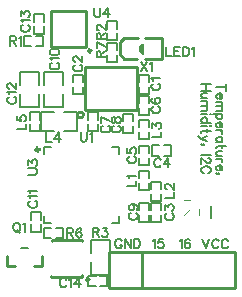
<source format=gto>
G04 Layer: TopSilkLayer*
G04 EasyEDA v6.2.46, 2019-12-26T15:44:02--5:00*
G04 111d7bdae86b4e7985bcd74f00d2b945,ad3383c819c44bf79b2f5f1fb32db82d,10*
G04 Gerber Generator version 0.2*
G04 Scale: 100 percent, Rotated: No, Reflected: No *
G04 Dimensions in inches *
G04 leading zeros omitted , absolute positions ,2 integer and 4 decimal *
%FSLAX24Y24*%
%MOIN*%
G90*
G70D02*

%ADD10C,0.010000*%
%ADD30C,0.007874*%
%ADD31C,0.005910*%
%ADD32C,0.007870*%
%ADD33C,0.003940*%
%ADD34C,0.006000*%
%ADD35C,0.011811*%
%ADD36C,0.005984*%

%LPD*%
G54D10*
G01X511Y852D02*
G01X251Y852D01*
G01X511Y852D01*
G01X251Y852D01*
G01X251Y1173D01*
G01X1400Y1173D02*
G01X1400Y852D01*
G01X1140Y852D01*
G54D30*
G01X944Y1462D02*
G01X707Y1462D01*
G54D10*
G01X1730Y1719D02*
G01X2730Y1719D01*
G01X2730Y479D02*
G01X1730Y479D01*
G01X1718Y479D02*
G01X1718Y528D01*
G01X1728Y1665D02*
G01X1728Y1714D01*
G01X2731Y1665D02*
G01X2731Y1714D01*
G01X2731Y484D02*
G01X2731Y533D01*
G01X5409Y8440D02*
G01X4830Y8440D01*
G01X5409Y7759D02*
G01X4830Y7759D01*
G01X5409Y7759D02*
G01X5409Y8440D01*
G01X4600Y8440D02*
G01X4140Y8440D01*
G01X4590Y7759D02*
G01X4140Y7759D01*
G01X4140Y7759D02*
G01X4000Y7900D01*
G01X4000Y8300D01*
G01X4140Y8440D01*
G54D31*
G01X4769Y7950D02*
G01X4769Y8259D01*
G01X4669Y8159D01*
G01X4669Y8019D01*
G01X4769Y7919D01*
G01X4769Y8009D01*
G01X4719Y8190D02*
G01X4719Y7990D01*
G54D32*
G01X7031Y2847D02*
G01X7031Y2453D01*
G54D33*
G01X6637Y2551D02*
G01X6637Y2748D01*
G01X6342Y2748D02*
G01X6145Y2551D01*
G01X6342Y3044D02*
G01X6145Y3044D01*
G54D10*
G01X2854Y7478D02*
G01X4586Y7478D01*
G01X4586Y6041D01*
G01X2854Y6041D01*
G01X2854Y7478D01*
G54D30*
G01X3743Y2290D02*
G01X3980Y2290D01*
G01X3980Y2526D01*
G01X1696Y2290D02*
G01X1460Y2290D01*
G01X1460Y2526D01*
G01X1460Y4573D02*
G01X1460Y4809D01*
G01X1696Y4809D01*
G01X3743Y4809D02*
G01X3980Y4809D01*
G01X3980Y4573D01*
G01X1315Y6567D02*
G01X1315Y6133D01*
G01X684Y6133D01*
G01X684Y6567D01*
G01X1315Y6881D02*
G01X1315Y7315D01*
G01X921Y7315D01*
G01X684Y7315D01*
G01X684Y6881D01*
G01X2131Y5965D02*
G01X2564Y5965D01*
G01X2564Y5334D01*
G01X2131Y5334D01*
G01X1816Y5965D02*
G01X1383Y5965D01*
G01X1383Y5571D01*
G01X1383Y5334D01*
G01X1816Y5334D01*
G54D10*
G01X3650Y1300D02*
G01X7850Y1300D01*
G01X7850Y100D01*
G01X3650Y100D01*
G01X3650Y1300D01*
G01X4750Y1300D02*
G01X4750Y100D01*
G54D30*
G01X2115Y6567D02*
G01X2115Y6133D01*
G01X1484Y6133D01*
G01X1484Y6567D01*
G01X2115Y6881D02*
G01X2115Y7315D01*
G01X1721Y7315D01*
G01X1484Y7315D01*
G01X1484Y6881D01*
G54D10*
G01X2890Y9222D02*
G01X2890Y9340D01*
G01X2890Y8159D02*
G01X2890Y8277D01*
G01X1709Y8159D02*
G01X1709Y8277D01*
G01X1710Y8160D02*
G01X1710Y9341D01*
G01X2890Y8160D02*
G01X1709Y8160D01*
G01X2890Y8160D02*
G01X2890Y9341D01*
G01X2890Y9341D02*
G01X1709Y9341D01*
G54D34*
G01X4650Y6826D02*
G01X4650Y6576D01*
G01X4990Y6576D01*
G01X4990Y6786D01*
G01X4990Y6826D01*
G01X4990Y6976D02*
G01X4990Y7217D01*
G01X4650Y7217D01*
G01X4650Y7007D01*
G01X4650Y6976D01*
G01X2769Y6973D02*
G01X2769Y7223D01*
G01X2430Y7223D01*
G01X2430Y7013D01*
G01X2430Y6973D01*
G01X2430Y6823D02*
G01X2430Y6582D01*
G01X2769Y6582D01*
G01X2769Y6792D01*
G01X2769Y6823D01*
G01X4650Y3626D02*
G01X4650Y3376D01*
G01X4990Y3376D01*
G01X4990Y3586D01*
G01X4990Y3626D01*
G01X4990Y3776D02*
G01X4990Y4017D01*
G01X4650Y4017D01*
G01X4650Y3807D01*
G01X4650Y3776D01*
G01X3919Y8755D02*
G01X3919Y9005D01*
G01X3580Y9005D01*
G01X3580Y8796D01*
G01X3580Y8755D01*
G01X3580Y8605D02*
G01X3580Y8365D01*
G01X3919Y8365D01*
G01X3919Y8576D01*
G01X3919Y8605D01*
G01X1205Y8180D02*
G01X1455Y8180D01*
G01X1455Y8519D01*
G01X1246Y8519D01*
G01X1205Y8519D01*
G01X1055Y8519D02*
G01X815Y8519D01*
G01X815Y8180D01*
G01X1026Y8180D01*
G01X1055Y8180D01*
G01X4650Y5326D02*
G01X4650Y5076D01*
G01X4990Y5076D01*
G01X4990Y5286D01*
G01X4990Y5326D01*
G01X4990Y5476D02*
G01X4990Y5717D01*
G01X4650Y5717D01*
G01X4650Y5507D01*
G01X4650Y5476D01*
G01X5050Y3259D02*
G01X5050Y3009D01*
G01X5390Y3009D01*
G01X5390Y3219D01*
G01X5390Y3259D01*
G01X5390Y3409D02*
G01X5390Y3650D01*
G01X5050Y3650D01*
G01X5050Y3440D01*
G01X5050Y3409D01*
G01X4990Y6273D02*
G01X4990Y6523D01*
G01X4650Y6523D01*
G01X4650Y6313D01*
G01X4650Y6273D01*
G01X4650Y6123D02*
G01X4650Y5882D01*
G01X4990Y5882D01*
G01X4990Y6092D01*
G01X4990Y6123D01*
G01X1340Y5723D02*
G01X1340Y5973D01*
G01X1000Y5973D01*
G01X1000Y5763D01*
G01X1000Y5723D01*
G01X1000Y5573D02*
G01X1000Y5332D01*
G01X1340Y5332D01*
G01X1340Y5542D01*
G01X1340Y5573D01*
G01X3580Y7894D02*
G01X3580Y7644D01*
G01X3919Y7644D01*
G01X3919Y7853D01*
G01X3919Y7894D01*
G01X3919Y8044D02*
G01X3919Y8284D01*
G01X3580Y8284D01*
G01X3580Y8073D01*
G01X3580Y8044D01*
G01X4440Y5673D02*
G01X4440Y5923D01*
G01X4100Y5923D01*
G01X4100Y5713D01*
G01X4100Y5673D01*
G01X4100Y5523D02*
G01X4100Y5282D01*
G01X4440Y5282D01*
G01X4440Y5492D01*
G01X4440Y5523D01*
G01X1130Y8844D02*
G01X1130Y8594D01*
G01X1469Y8594D01*
G01X1469Y8803D01*
G01X1469Y8844D01*
G01X1469Y8994D02*
G01X1469Y9234D01*
G01X1130Y9234D01*
G01X1130Y9023D01*
G01X1130Y8994D01*
G01X5459Y4530D02*
G01X5709Y4530D01*
G01X5709Y4869D01*
G01X5500Y4869D01*
G01X5459Y4869D01*
G01X5309Y4869D02*
G01X5069Y4869D01*
G01X5069Y4530D01*
G01X5280Y4530D01*
G01X5309Y4530D01*
G01X1030Y2244D02*
G01X1030Y1994D01*
G01X1369Y1994D01*
G01X1369Y2203D01*
G01X1369Y2244D01*
G01X1369Y2394D02*
G01X1369Y2634D01*
G01X1030Y2634D01*
G01X1030Y2423D01*
G01X1030Y2394D01*
G01X3290Y5723D02*
G01X3290Y5973D01*
G01X2950Y5973D01*
G01X2950Y5763D01*
G01X2950Y5723D01*
G01X2950Y5573D02*
G01X2950Y5332D01*
G01X3290Y5332D01*
G01X3290Y5542D01*
G01X3290Y5573D01*
G01X4650Y4459D02*
G01X4650Y4209D01*
G01X4990Y4209D01*
G01X4990Y4419D01*
G01X4990Y4459D01*
G01X4990Y4609D02*
G01X4990Y4850D01*
G01X4650Y4850D01*
G01X4650Y4640D01*
G01X4650Y4609D01*
G01X4650Y2559D02*
G01X4650Y2309D01*
G01X4990Y2309D01*
G01X4990Y2519D01*
G01X4990Y2559D01*
G01X4990Y2709D02*
G01X4990Y2950D01*
G01X4650Y2950D01*
G01X4650Y2740D01*
G01X4650Y2709D01*
G01X1709Y2119D02*
G01X1459Y2119D01*
G01X1459Y1780D01*
G01X1669Y1780D01*
G01X1709Y1780D01*
G01X1859Y1780D02*
G01X2100Y1780D01*
G01X2100Y2119D01*
G01X1890Y2119D01*
G01X1859Y2119D01*
G01X5050Y2559D02*
G01X5050Y2309D01*
G01X5390Y2309D01*
G01X5390Y2519D01*
G01X5390Y2559D01*
G01X5390Y2709D02*
G01X5390Y2950D01*
G01X5050Y2950D01*
G01X5050Y2740D01*
G01X5050Y2709D01*
G54D30*
G01X3034Y1281D02*
G01X3034Y1714D01*
G01X3665Y1714D01*
G01X3665Y1281D01*
G01X3034Y966D02*
G01X3034Y533D01*
G01X3428Y533D01*
G01X3665Y533D01*
G01X3665Y966D01*
G54D34*
G01X3194Y519D02*
G01X2944Y519D01*
G01X2944Y180D01*
G01X3153Y180D01*
G01X3194Y180D01*
G01X3344Y180D02*
G01X3584Y180D01*
G01X3584Y519D01*
G01X3373Y519D01*
G01X3344Y519D01*
G54D36*
G01X4067Y1676D02*
G01X4053Y1705D01*
G01X4025Y1734D01*
G01X3994Y1750D01*
G01X3936Y1750D01*
G01X3907Y1734D01*
G01X3878Y1705D01*
G01X3865Y1676D01*
G01X3850Y1632D01*
G01X3850Y1559D01*
G01X3865Y1517D01*
G01X3878Y1488D01*
G01X3907Y1459D01*
G01X3936Y1444D01*
G01X3994Y1444D01*
G01X4025Y1459D01*
G01X4053Y1488D01*
G01X4067Y1517D01*
G01X4067Y1559D01*
G01X3994Y1559D02*
G01X4067Y1559D01*
G01X4163Y1750D02*
G01X4163Y1444D01*
G01X4163Y1750D02*
G01X4367Y1444D01*
G01X4367Y1750D02*
G01X4367Y1444D01*
G01X4463Y1750D02*
G01X4463Y1444D01*
G01X4463Y1750D02*
G01X4565Y1750D01*
G01X4609Y1734D01*
G01X4638Y1705D01*
G01X4653Y1676D01*
G01X4667Y1632D01*
G01X4667Y1559D01*
G01X4653Y1517D01*
G01X4638Y1488D01*
G01X4609Y1459D01*
G01X4565Y1444D01*
G01X4463Y1444D01*
G01X6750Y1744D02*
G01X6865Y1438D01*
G01X6982Y1744D02*
G01X6865Y1438D01*
G01X7296Y1671D02*
G01X7282Y1701D01*
G01X7253Y1730D01*
G01X7223Y1744D01*
G01X7165Y1744D01*
G01X7136Y1730D01*
G01X7107Y1701D01*
G01X7092Y1671D01*
G01X7078Y1628D01*
G01X7078Y1555D01*
G01X7092Y1511D01*
G01X7107Y1482D01*
G01X7136Y1453D01*
G01X7165Y1438D01*
G01X7223Y1438D01*
G01X7253Y1453D01*
G01X7282Y1482D01*
G01X7296Y1511D01*
G01X7611Y1671D02*
G01X7596Y1701D01*
G01X7567Y1730D01*
G01X7538Y1744D01*
G01X7480Y1744D01*
G01X7451Y1730D01*
G01X7421Y1701D01*
G01X7407Y1671D01*
G01X7392Y1628D01*
G01X7392Y1555D01*
G01X7407Y1511D01*
G01X7421Y1482D01*
G01X7451Y1453D01*
G01X7480Y1438D01*
G01X7538Y1438D01*
G01X7567Y1453D01*
G01X7596Y1482D01*
G01X7611Y1511D01*
G01X6000Y1686D02*
G01X6028Y1701D01*
G01X6073Y1744D01*
G01X6073Y1438D01*
G01X6342Y1701D02*
G01X6328Y1730D01*
G01X6284Y1744D01*
G01X6255Y1744D01*
G01X6211Y1730D01*
G01X6182Y1686D01*
G01X6169Y1613D01*
G01X6169Y1540D01*
G01X6182Y1482D01*
G01X6211Y1453D01*
G01X6255Y1438D01*
G01X6271Y1438D01*
G01X6313Y1453D01*
G01X6342Y1482D01*
G01X6357Y1526D01*
G01X6357Y1540D01*
G01X6342Y1584D01*
G01X6313Y1613D01*
G01X6271Y1628D01*
G01X6255Y1628D01*
G01X6211Y1613D01*
G01X6182Y1584D01*
G01X6169Y1540D01*
G01X5100Y1690D02*
G01X5128Y1705D01*
G01X5173Y1750D01*
G01X5173Y1444D01*
G01X5442Y1750D02*
G01X5298Y1750D01*
G01X5282Y1619D01*
G01X5298Y1632D01*
G01X5342Y1648D01*
G01X5384Y1648D01*
G01X5428Y1632D01*
G01X5457Y1603D01*
G01X5471Y1559D01*
G01X5471Y1530D01*
G01X5457Y1488D01*
G01X5428Y1459D01*
G01X5384Y1444D01*
G01X5342Y1444D01*
G01X5298Y1459D01*
G01X5282Y1473D01*
G01X5269Y1501D01*
G01X7025Y6900D02*
G01X6719Y6900D01*
G01X7025Y6696D02*
G01X6719Y6696D01*
G01X6878Y6900D02*
G01X6878Y6696D01*
G01X6923Y6600D02*
G01X6776Y6600D01*
G01X6734Y6586D01*
G01X6719Y6557D01*
G01X6719Y6513D01*
G01X6734Y6484D01*
G01X6776Y6440D01*
G01X6923Y6440D02*
G01X6719Y6440D01*
G01X6923Y6344D02*
G01X6719Y6344D01*
G01X6865Y6344D02*
G01X6907Y6301D01*
G01X6923Y6271D01*
G01X6923Y6228D01*
G01X6907Y6198D01*
G01X6865Y6184D01*
G01X6719Y6184D01*
G01X6865Y6184D02*
G01X6907Y6140D01*
G01X6923Y6111D01*
G01X6923Y6067D01*
G01X6907Y6038D01*
G01X6865Y6023D01*
G01X6719Y6023D01*
G01X7025Y5928D02*
G01X7009Y5913D01*
G01X7025Y5898D01*
G01X7038Y5913D01*
G01X7025Y5928D01*
G01X6923Y5913D02*
G01X6719Y5913D01*
G01X7025Y5628D02*
G01X6719Y5628D01*
G01X6878Y5628D02*
G01X6907Y5657D01*
G01X6923Y5686D01*
G01X6923Y5730D01*
G01X6907Y5759D01*
G01X6878Y5788D01*
G01X6834Y5803D01*
G01X6805Y5803D01*
G01X6763Y5788D01*
G01X6734Y5759D01*
G01X6719Y5730D01*
G01X6719Y5686D01*
G01X6734Y5657D01*
G01X6763Y5628D01*
G01X7025Y5532D02*
G01X7009Y5517D01*
G01X7025Y5503D01*
G01X7038Y5517D01*
G01X7025Y5532D01*
G01X6923Y5517D02*
G01X6719Y5517D01*
G01X7025Y5363D02*
G01X6776Y5363D01*
G01X6734Y5348D01*
G01X6719Y5319D01*
G01X6719Y5290D01*
G01X6923Y5407D02*
G01X6923Y5305D01*
G01X6923Y5180D02*
G01X6719Y5092D01*
G01X6923Y5005D02*
G01X6719Y5092D01*
G01X6661Y5121D01*
G01X6632Y5151D01*
G01X6617Y5180D01*
G01X6617Y5194D01*
G01X6776Y4880D02*
G01X6763Y4894D01*
G01X6776Y4909D01*
G01X6792Y4894D01*
G01X6776Y4880D01*
G01X6748Y4880D01*
G01X6719Y4909D01*
G01X7025Y4561D02*
G01X6719Y4561D01*
G01X6951Y4450D02*
G01X6965Y4450D01*
G01X6994Y4434D01*
G01X7009Y4421D01*
G01X7025Y4392D01*
G01X7025Y4334D01*
G01X7009Y4303D01*
G01X6994Y4290D01*
G01X6965Y4275D01*
G01X6936Y4275D01*
G01X6907Y4290D01*
G01X6865Y4319D01*
G01X6719Y4463D01*
G01X6719Y4261D01*
G01X6951Y3946D02*
G01X6980Y3961D01*
G01X7009Y3990D01*
G01X7025Y4019D01*
G01X7025Y4076D01*
G01X7009Y4107D01*
G01X6980Y4136D01*
G01X6951Y4150D01*
G01X6907Y4165D01*
G01X6834Y4165D01*
G01X6792Y4150D01*
G01X6763Y4136D01*
G01X6734Y4107D01*
G01X6719Y4076D01*
G01X6719Y4019D01*
G01X6734Y3990D01*
G01X6763Y3961D01*
G01X6792Y3946D01*
G01X7525Y6798D02*
G01X7219Y6798D01*
G01X7525Y6900D02*
G01X7525Y6696D01*
G01X7334Y6600D02*
G01X7334Y6426D01*
G01X7365Y6426D01*
G01X7394Y6440D01*
G01X7407Y6455D01*
G01X7423Y6484D01*
G01X7423Y6528D01*
G01X7407Y6557D01*
G01X7378Y6586D01*
G01X7334Y6600D01*
G01X7305Y6600D01*
G01X7263Y6586D01*
G01X7234Y6557D01*
G01X7219Y6528D01*
G01X7219Y6484D01*
G01X7234Y6455D01*
G01X7263Y6426D01*
G01X7423Y6330D02*
G01X7219Y6330D01*
G01X7365Y6330D02*
G01X7407Y6286D01*
G01X7423Y6257D01*
G01X7423Y6213D01*
G01X7407Y6184D01*
G01X7365Y6169D01*
G01X7219Y6169D01*
G01X7365Y6169D02*
G01X7407Y6126D01*
G01X7423Y6096D01*
G01X7423Y6053D01*
G01X7407Y6023D01*
G01X7365Y6009D01*
G01X7219Y6009D01*
G01X7423Y5913D02*
G01X7117Y5913D01*
G01X7378Y5913D02*
G01X7407Y5884D01*
G01X7423Y5855D01*
G01X7423Y5811D01*
G01X7407Y5782D01*
G01X7378Y5753D01*
G01X7334Y5738D01*
G01X7305Y5738D01*
G01X7263Y5753D01*
G01X7234Y5782D01*
G01X7219Y5811D01*
G01X7219Y5855D01*
G01X7234Y5884D01*
G01X7263Y5913D01*
G01X7334Y5642D02*
G01X7334Y5467D01*
G01X7365Y5467D01*
G01X7394Y5482D01*
G01X7407Y5496D01*
G01X7423Y5526D01*
G01X7423Y5569D01*
G01X7407Y5598D01*
G01X7378Y5628D01*
G01X7334Y5642D01*
G01X7305Y5642D01*
G01X7263Y5628D01*
G01X7234Y5598D01*
G01X7219Y5569D01*
G01X7219Y5526D01*
G01X7234Y5496D01*
G01X7263Y5467D01*
G01X7423Y5371D02*
G01X7219Y5371D01*
G01X7334Y5371D02*
G01X7378Y5357D01*
G01X7407Y5328D01*
G01X7423Y5300D01*
G01X7423Y5255D01*
G01X7423Y4984D02*
G01X7219Y4984D01*
G01X7378Y4984D02*
G01X7407Y5013D01*
G01X7423Y5044D01*
G01X7423Y5086D01*
G01X7407Y5115D01*
G01X7378Y5144D01*
G01X7334Y5159D01*
G01X7305Y5159D01*
G01X7263Y5144D01*
G01X7234Y5115D01*
G01X7219Y5086D01*
G01X7219Y5044D01*
G01X7234Y5013D01*
G01X7263Y4984D01*
G01X7525Y4846D02*
G01X7276Y4846D01*
G01X7234Y4830D01*
G01X7219Y4801D01*
G01X7219Y4773D01*
G01X7423Y4888D02*
G01X7423Y4786D01*
G01X7423Y4676D02*
G01X7276Y4676D01*
G01X7234Y4661D01*
G01X7219Y4632D01*
G01X7219Y4590D01*
G01X7234Y4561D01*
G01X7276Y4517D01*
G01X7423Y4517D02*
G01X7219Y4517D01*
G01X7423Y4421D02*
G01X7219Y4421D01*
G01X7334Y4421D02*
G01X7378Y4405D01*
G01X7407Y4376D01*
G01X7423Y4348D01*
G01X7423Y4303D01*
G01X7334Y4207D02*
G01X7334Y4034D01*
G01X7365Y4034D01*
G01X7394Y4048D01*
G01X7407Y4063D01*
G01X7423Y4092D01*
G01X7423Y4136D01*
G01X7407Y4165D01*
G01X7378Y4194D01*
G01X7334Y4207D01*
G01X7305Y4207D01*
G01X7263Y4194D01*
G01X7234Y4165D01*
G01X7219Y4136D01*
G01X7219Y4092D01*
G01X7234Y4063D01*
G01X7263Y4034D01*
G01X7276Y3909D02*
G01X7263Y3923D01*
G01X7276Y3938D01*
G01X7292Y3923D01*
G01X7276Y3909D01*
G01X7248Y3909D01*
G01X7219Y3938D01*
G54D34*
G01X536Y2294D02*
G01X507Y2280D01*
G01X478Y2251D01*
G01X465Y2221D01*
G01X450Y2178D01*
G01X450Y2105D01*
G01X465Y2061D01*
G01X478Y2032D01*
G01X507Y2003D01*
G01X536Y1988D01*
G01X594Y1988D01*
G01X625Y2003D01*
G01X653Y2032D01*
G01X667Y2061D01*
G01X682Y2105D01*
G01X682Y2178D01*
G01X667Y2221D01*
G01X653Y2251D01*
G01X625Y2280D01*
G01X594Y2294D01*
G01X536Y2294D01*
G01X580Y2046D02*
G01X667Y1959D01*
G01X778Y2236D02*
G01X807Y2251D01*
G01X851Y2294D01*
G01X851Y1988D01*
G01X950Y3896D02*
G01X1169Y3896D01*
G01X1211Y3911D01*
G01X1240Y3940D01*
G01X1255Y3983D01*
G01X1255Y4012D01*
G01X1240Y4056D01*
G01X1211Y4085D01*
G01X1169Y4100D01*
G01X950Y4100D01*
G01X950Y4225D02*
G01X950Y4385D01*
G01X1067Y4297D01*
G01X1067Y4341D01*
G01X1080Y4370D01*
G01X1096Y4385D01*
G01X1140Y4399D01*
G01X1169Y4399D01*
G01X1211Y4385D01*
G01X1240Y4356D01*
G01X1255Y4312D01*
G01X1255Y4268D01*
G01X1240Y4225D01*
G01X1226Y4210D01*
G01X1198Y4196D01*
G01X5550Y8144D02*
G01X5550Y7838D01*
G01X5550Y7838D02*
G01X5725Y7838D01*
G01X5821Y8144D02*
G01X5821Y7838D01*
G01X5821Y8144D02*
G01X6009Y8144D01*
G01X5821Y7998D02*
G01X5936Y7998D01*
G01X5821Y7838D02*
G01X6009Y7838D01*
G01X6105Y8144D02*
G01X6105Y7838D01*
G01X6105Y8144D02*
G01X6207Y8144D01*
G01X6251Y8130D01*
G01X6280Y8101D01*
G01X6294Y8071D01*
G01X6309Y8028D01*
G01X6309Y7955D01*
G01X6294Y7911D01*
G01X6280Y7882D01*
G01X6251Y7853D01*
G01X6207Y7838D01*
G01X6105Y7838D01*
G01X6405Y8086D02*
G01X6434Y8101D01*
G01X6478Y8144D01*
G01X6478Y7838D01*
G01X4700Y7650D02*
G01X4903Y7344D01*
G01X4903Y7650D02*
G01X4700Y7344D01*
G01X5000Y7590D02*
G01X5028Y7605D01*
G01X5071Y7650D01*
G01X5071Y7344D01*
G01X2700Y5300D02*
G01X2700Y5082D01*
G01X2713Y5038D01*
G01X2742Y5009D01*
G01X2786Y4994D01*
G01X2815Y4994D01*
G01X2859Y5009D01*
G01X2888Y5038D01*
G01X2903Y5082D01*
G01X2903Y5300D01*
G01X2998Y5242D02*
G01X3028Y5257D01*
G01X3071Y5300D01*
G01X3071Y4994D01*
G01X323Y6480D02*
G01X294Y6466D01*
G01X265Y6437D01*
G01X250Y6408D01*
G01X250Y6349D01*
G01X265Y6320D01*
G01X294Y6291D01*
G01X323Y6277D01*
G01X367Y6262D01*
G01X440Y6262D01*
G01X483Y6277D01*
G01X512Y6291D01*
G01X541Y6320D01*
G01X556Y6349D01*
G01X556Y6408D01*
G01X541Y6437D01*
G01X512Y6466D01*
G01X483Y6480D01*
G01X309Y6576D02*
G01X294Y6605D01*
G01X250Y6649D01*
G01X556Y6649D01*
G01X323Y6760D02*
G01X309Y6760D01*
G01X280Y6774D01*
G01X265Y6789D01*
G01X250Y6818D01*
G01X250Y6876D01*
G01X265Y6905D01*
G01X280Y6920D01*
G01X309Y6934D01*
G01X338Y6934D01*
G01X367Y6920D01*
G01X410Y6890D01*
G01X556Y6745D01*
G01X556Y6949D01*
G01X1550Y5300D02*
G01X1550Y4994D01*
G01X1550Y4994D02*
G01X1725Y4994D01*
G01X1965Y5300D02*
G01X1821Y5096D01*
G01X2038Y5096D01*
G01X1965Y5300D02*
G01X1965Y4994D01*
G01X1747Y7617D02*
G01X1718Y7603D01*
G01X1689Y7574D01*
G01X1674Y7544D01*
G01X1674Y7486D01*
G01X1689Y7457D01*
G01X1718Y7428D01*
G01X1747Y7414D01*
G01X1791Y7399D01*
G01X1864Y7399D01*
G01X1907Y7414D01*
G01X1936Y7428D01*
G01X1965Y7457D01*
G01X1980Y7486D01*
G01X1980Y7544D01*
G01X1965Y7574D01*
G01X1936Y7603D01*
G01X1907Y7617D01*
G01X1733Y7713D02*
G01X1718Y7742D01*
G01X1674Y7786D01*
G01X1980Y7786D01*
G01X1674Y7969D02*
G01X1689Y7926D01*
G01X1733Y7896D01*
G01X1805Y7882D01*
G01X1849Y7882D01*
G01X1922Y7896D01*
G01X1965Y7926D01*
G01X1980Y7969D01*
G01X1980Y7998D01*
G01X1965Y8042D01*
G01X1922Y8071D01*
G01X1849Y8086D01*
G01X1805Y8086D01*
G01X1733Y8071D01*
G01X1689Y8042D01*
G01X1674Y7998D01*
G01X1674Y7969D01*
G01X3149Y9450D02*
G01X3149Y9230D01*
G01X3164Y9188D01*
G01X3193Y9159D01*
G01X3236Y9144D01*
G01X3265Y9144D01*
G01X3309Y9159D01*
G01X3338Y9188D01*
G01X3353Y9230D01*
G01X3353Y9450D01*
G01X3594Y9450D02*
G01X3449Y9246D01*
G01X3667Y9246D01*
G01X3594Y9450D02*
G01X3594Y9144D01*
G01X5123Y6930D02*
G01X5094Y6917D01*
G01X5065Y6888D01*
G01X5050Y6857D01*
G01X5050Y6800D01*
G01X5065Y6771D01*
G01X5094Y6742D01*
G01X5123Y6728D01*
G01X5167Y6713D01*
G01X5240Y6713D01*
G01X5282Y6728D01*
G01X5311Y6742D01*
G01X5340Y6771D01*
G01X5355Y6800D01*
G01X5355Y6857D01*
G01X5340Y6888D01*
G01X5311Y6917D01*
G01X5282Y6930D01*
G01X5109Y7026D02*
G01X5094Y7055D01*
G01X5050Y7100D01*
G01X5355Y7100D01*
G01X2523Y7550D02*
G01X2494Y7536D01*
G01X2465Y7507D01*
G01X2450Y7477D01*
G01X2450Y7419D01*
G01X2465Y7390D01*
G01X2494Y7361D01*
G01X2523Y7347D01*
G01X2567Y7332D01*
G01X2640Y7332D01*
G01X2682Y7347D01*
G01X2711Y7361D01*
G01X2740Y7390D01*
G01X2755Y7419D01*
G01X2755Y7477D01*
G01X2740Y7507D01*
G01X2711Y7536D01*
G01X2682Y7550D01*
G01X2523Y7661D02*
G01X2509Y7661D01*
G01X2480Y7675D01*
G01X2465Y7690D01*
G01X2450Y7719D01*
G01X2450Y7777D01*
G01X2465Y7806D01*
G01X2480Y7821D01*
G01X2509Y7835D01*
G01X2538Y7835D01*
G01X2567Y7821D01*
G01X2609Y7792D01*
G01X2755Y7646D01*
G01X2755Y7850D01*
G01X4250Y3507D02*
G01X4555Y3507D01*
G01X4555Y3507D02*
G01X4555Y3682D01*
G01X4309Y3778D02*
G01X4294Y3807D01*
G01X4250Y3850D01*
G01X4555Y3850D01*
G01X3225Y8400D02*
G01X3530Y8400D01*
G01X3225Y8400D02*
G01X3225Y8530D01*
G01X3240Y8575D01*
G01X3255Y8588D01*
G01X3284Y8603D01*
G01X3313Y8603D01*
G01X3342Y8588D01*
G01X3355Y8575D01*
G01X3371Y8530D01*
G01X3371Y8400D01*
G01X3371Y8501D02*
G01X3530Y8603D01*
G01X3298Y8713D02*
G01X3284Y8713D01*
G01X3255Y8728D01*
G01X3240Y8742D01*
G01X3225Y8771D01*
G01X3225Y8830D01*
G01X3240Y8859D01*
G01X3255Y8873D01*
G01X3284Y8888D01*
G01X3313Y8888D01*
G01X3342Y8873D01*
G01X3384Y8844D01*
G01X3530Y8700D01*
G01X3530Y8903D01*
G01X350Y8500D02*
G01X350Y8194D01*
G01X350Y8500D02*
G01X480Y8500D01*
G01X525Y8484D01*
G01X538Y8469D01*
G01X553Y8440D01*
G01X553Y8411D01*
G01X538Y8382D01*
G01X525Y8369D01*
G01X480Y8353D01*
G01X350Y8353D01*
G01X451Y8353D02*
G01X553Y8194D01*
G01X650Y8440D02*
G01X678Y8455D01*
G01X721Y8500D01*
G01X721Y8194D01*
G01X5075Y5150D02*
G01X5380Y5150D01*
G01X5380Y5150D02*
G01X5380Y5325D01*
G01X5075Y5450D02*
G01X5075Y5609D01*
G01X5192Y5521D01*
G01X5192Y5565D01*
G01X5205Y5594D01*
G01X5221Y5609D01*
G01X5265Y5623D01*
G01X5294Y5623D01*
G01X5336Y5609D01*
G01X5365Y5580D01*
G01X5380Y5536D01*
G01X5380Y5492D01*
G01X5365Y5450D01*
G01X5351Y5434D01*
G01X5323Y5421D01*
G01X5500Y3126D02*
G01X5805Y3126D01*
G01X5805Y3126D02*
G01X5805Y3301D01*
G01X5573Y3411D02*
G01X5559Y3411D01*
G01X5530Y3426D01*
G01X5515Y3440D01*
G01X5500Y3469D01*
G01X5500Y3526D01*
G01X5515Y3557D01*
G01X5530Y3571D01*
G01X5559Y3586D01*
G01X5588Y3586D01*
G01X5617Y3571D01*
G01X5659Y3542D01*
G01X5805Y3396D01*
G01X5805Y3600D01*
G01X5123Y6165D02*
G01X5094Y6151D01*
G01X5065Y6121D01*
G01X5050Y6092D01*
G01X5050Y6034D01*
G01X5065Y6005D01*
G01X5094Y5976D01*
G01X5123Y5961D01*
G01X5167Y5946D01*
G01X5240Y5946D01*
G01X5282Y5961D01*
G01X5311Y5976D01*
G01X5340Y6005D01*
G01X5355Y6034D01*
G01X5355Y6092D01*
G01X5340Y6121D01*
G01X5311Y6151D01*
G01X5282Y6165D01*
G01X5094Y6436D02*
G01X5065Y6421D01*
G01X5050Y6378D01*
G01X5050Y6348D01*
G01X5065Y6305D01*
G01X5109Y6276D01*
G01X5180Y6261D01*
G01X5253Y6261D01*
G01X5311Y6276D01*
G01X5340Y6305D01*
G01X5355Y6348D01*
G01X5355Y6363D01*
G01X5340Y6407D01*
G01X5311Y6436D01*
G01X5269Y6450D01*
G01X5253Y6450D01*
G01X5209Y6436D01*
G01X5180Y6407D01*
G01X5167Y6363D01*
G01X5167Y6348D01*
G01X5180Y6305D01*
G01X5209Y6276D01*
G01X5253Y6261D01*
G01X575Y5400D02*
G01X880Y5400D01*
G01X880Y5400D02*
G01X880Y5575D01*
G01X575Y5844D02*
G01X575Y5700D01*
G01X705Y5684D01*
G01X692Y5700D01*
G01X676Y5742D01*
G01X676Y5786D01*
G01X692Y5830D01*
G01X721Y5859D01*
G01X765Y5873D01*
G01X794Y5873D01*
G01X836Y5859D01*
G01X865Y5830D01*
G01X880Y5786D01*
G01X880Y5742D01*
G01X865Y5700D01*
G01X851Y5684D01*
G01X823Y5671D01*
G01X3225Y7800D02*
G01X3530Y7800D01*
G01X3225Y7800D02*
G01X3225Y7930D01*
G01X3240Y7975D01*
G01X3255Y7988D01*
G01X3284Y8003D01*
G01X3313Y8003D01*
G01X3342Y7988D01*
G01X3355Y7975D01*
G01X3371Y7930D01*
G01X3371Y7800D01*
G01X3371Y7901D02*
G01X3530Y8003D01*
G01X3225Y8303D02*
G01X3530Y8157D01*
G01X3225Y8100D02*
G01X3225Y8303D01*
G01X3798Y5517D02*
G01X3769Y5503D01*
G01X3740Y5475D01*
G01X3725Y5444D01*
G01X3725Y5386D01*
G01X3740Y5357D01*
G01X3769Y5328D01*
G01X3798Y5315D01*
G01X3842Y5300D01*
G01X3915Y5300D01*
G01X3957Y5315D01*
G01X3986Y5328D01*
G01X4015Y5357D01*
G01X4030Y5386D01*
G01X4030Y5444D01*
G01X4015Y5475D01*
G01X3986Y5503D01*
G01X3957Y5517D01*
G01X3725Y5686D02*
G01X3740Y5642D01*
G01X3769Y5628D01*
G01X3798Y5628D01*
G01X3826Y5642D01*
G01X3842Y5671D01*
G01X3855Y5730D01*
G01X3871Y5773D01*
G01X3900Y5803D01*
G01X3928Y5817D01*
G01X3973Y5817D01*
G01X4001Y5803D01*
G01X4015Y5788D01*
G01X4030Y5744D01*
G01X4030Y5686D01*
G01X4015Y5642D01*
G01X4001Y5628D01*
G01X3973Y5613D01*
G01X3928Y5613D01*
G01X3900Y5628D01*
G01X3871Y5657D01*
G01X3855Y5701D01*
G01X3842Y5759D01*
G01X3826Y5788D01*
G01X3798Y5803D01*
G01X3769Y5803D01*
G01X3740Y5788D01*
G01X3725Y5744D01*
G01X3725Y5686D01*
G01X773Y8880D02*
G01X744Y8867D01*
G01X715Y8838D01*
G01X700Y8807D01*
G01X700Y8750D01*
G01X715Y8721D01*
G01X744Y8692D01*
G01X773Y8678D01*
G01X817Y8663D01*
G01X890Y8663D01*
G01X932Y8678D01*
G01X961Y8692D01*
G01X990Y8721D01*
G01X1005Y8750D01*
G01X1005Y8807D01*
G01X990Y8838D01*
G01X961Y8867D01*
G01X932Y8880D01*
G01X759Y8976D02*
G01X744Y9005D01*
G01X700Y9050D01*
G01X1005Y9050D01*
G01X700Y9175D02*
G01X700Y9334D01*
G01X817Y9248D01*
G01X817Y9290D01*
G01X830Y9319D01*
G01X846Y9334D01*
G01X890Y9350D01*
G01X919Y9350D01*
G01X961Y9334D01*
G01X990Y9305D01*
G01X1005Y9261D01*
G01X1005Y9219D01*
G01X990Y9175D01*
G01X976Y9159D01*
G01X948Y9146D01*
G01X5367Y4371D02*
G01X5353Y4401D01*
G01X5325Y4430D01*
G01X5294Y4444D01*
G01X5236Y4444D01*
G01X5207Y4430D01*
G01X5178Y4401D01*
G01X5165Y4371D01*
G01X5150Y4328D01*
G01X5150Y4255D01*
G01X5165Y4211D01*
G01X5178Y4182D01*
G01X5207Y4153D01*
G01X5236Y4138D01*
G01X5294Y4138D01*
G01X5325Y4153D01*
G01X5353Y4182D01*
G01X5367Y4211D01*
G01X5609Y4444D02*
G01X5463Y4240D01*
G01X5682Y4240D01*
G01X5609Y4444D02*
G01X5609Y4138D01*
G01X1023Y3011D02*
G01X994Y2998D01*
G01X965Y2969D01*
G01X950Y2938D01*
G01X950Y2880D01*
G01X965Y2851D01*
G01X994Y2823D01*
G01X1023Y2809D01*
G01X1067Y2794D01*
G01X1140Y2794D01*
G01X1182Y2809D01*
G01X1211Y2823D01*
G01X1240Y2851D01*
G01X1255Y2880D01*
G01X1255Y2938D01*
G01X1240Y2969D01*
G01X1211Y2998D01*
G01X1182Y3011D01*
G01X1009Y3107D02*
G01X994Y3136D01*
G01X950Y3180D01*
G01X1255Y3180D01*
G01X1009Y3276D02*
G01X994Y3305D01*
G01X950Y3350D01*
G01X1255Y3350D01*
G01X3448Y5517D02*
G01X3419Y5503D01*
G01X3390Y5475D01*
G01X3375Y5444D01*
G01X3375Y5386D01*
G01X3390Y5357D01*
G01X3419Y5328D01*
G01X3448Y5315D01*
G01X3492Y5300D01*
G01X3565Y5300D01*
G01X3607Y5315D01*
G01X3636Y5328D01*
G01X3665Y5357D01*
G01X3680Y5386D01*
G01X3680Y5444D01*
G01X3665Y5475D01*
G01X3636Y5503D01*
G01X3607Y5517D01*
G01X3375Y5817D02*
G01X3680Y5671D01*
G01X3375Y5613D02*
G01X3375Y5817D01*
G01X4323Y4500D02*
G01X4294Y4486D01*
G01X4265Y4457D01*
G01X4250Y4427D01*
G01X4250Y4369D01*
G01X4265Y4340D01*
G01X4294Y4311D01*
G01X4323Y4297D01*
G01X4367Y4282D01*
G01X4440Y4282D01*
G01X4482Y4297D01*
G01X4511Y4311D01*
G01X4540Y4340D01*
G01X4555Y4369D01*
G01X4555Y4427D01*
G01X4540Y4457D01*
G01X4511Y4486D01*
G01X4482Y4500D01*
G01X4250Y4771D02*
G01X4250Y4625D01*
G01X4380Y4611D01*
G01X4367Y4625D01*
G01X4351Y4669D01*
G01X4351Y4713D01*
G01X4367Y4756D01*
G01X4396Y4785D01*
G01X4440Y4800D01*
G01X4469Y4800D01*
G01X4511Y4785D01*
G01X4540Y4756D01*
G01X4555Y4713D01*
G01X4555Y4669D01*
G01X4540Y4625D01*
G01X4526Y4611D01*
G01X4498Y4596D01*
G01X4373Y2615D02*
G01X4344Y2601D01*
G01X4315Y2571D01*
G01X4300Y2542D01*
G01X4300Y2484D01*
G01X4315Y2455D01*
G01X4344Y2426D01*
G01X4373Y2411D01*
G01X4417Y2396D01*
G01X4490Y2396D01*
G01X4532Y2411D01*
G01X4561Y2426D01*
G01X4590Y2455D01*
G01X4605Y2484D01*
G01X4605Y2542D01*
G01X4590Y2571D01*
G01X4561Y2601D01*
G01X4532Y2615D01*
G01X4401Y2900D02*
G01X4446Y2886D01*
G01X4475Y2857D01*
G01X4490Y2813D01*
G01X4490Y2798D01*
G01X4475Y2755D01*
G01X4446Y2726D01*
G01X4401Y2711D01*
G01X4388Y2711D01*
G01X4344Y2726D01*
G01X4315Y2755D01*
G01X4300Y2798D01*
G01X4300Y2813D01*
G01X4315Y2857D01*
G01X4344Y2886D01*
G01X4401Y2900D01*
G01X4475Y2900D01*
G01X4548Y2886D01*
G01X4590Y2857D01*
G01X4605Y2813D01*
G01X4605Y2784D01*
G01X4590Y2740D01*
G01X4561Y2726D01*
G01X2250Y2100D02*
G01X2250Y1794D01*
G01X2250Y2100D02*
G01X2380Y2100D01*
G01X2425Y2084D01*
G01X2438Y2069D01*
G01X2453Y2040D01*
G01X2453Y2011D01*
G01X2438Y1982D01*
G01X2425Y1969D01*
G01X2380Y1953D01*
G01X2250Y1953D01*
G01X2351Y1953D02*
G01X2453Y1794D01*
G01X2723Y2055D02*
G01X2709Y2084D01*
G01X2665Y2100D01*
G01X2636Y2100D01*
G01X2592Y2084D01*
G01X2563Y2040D01*
G01X2550Y1969D01*
G01X2550Y1896D01*
G01X2563Y1838D01*
G01X2592Y1809D01*
G01X2636Y1794D01*
G01X2651Y1794D01*
G01X2694Y1809D01*
G01X2723Y1838D01*
G01X2738Y1880D01*
G01X2738Y1896D01*
G01X2723Y1940D01*
G01X2694Y1969D01*
G01X2651Y1982D01*
G01X2636Y1982D01*
G01X2592Y1969D01*
G01X2563Y1940D01*
G01X2550Y1896D01*
G01X5573Y2600D02*
G01X5544Y2586D01*
G01X5515Y2557D01*
G01X5500Y2526D01*
G01X5500Y2469D01*
G01X5515Y2440D01*
G01X5544Y2411D01*
G01X5573Y2396D01*
G01X5617Y2382D01*
G01X5690Y2382D01*
G01X5732Y2396D01*
G01X5761Y2411D01*
G01X5790Y2440D01*
G01X5805Y2469D01*
G01X5805Y2526D01*
G01X5790Y2557D01*
G01X5761Y2586D01*
G01X5732Y2600D01*
G01X5500Y2725D02*
G01X5500Y2884D01*
G01X5617Y2798D01*
G01X5617Y2842D01*
G01X5630Y2871D01*
G01X5646Y2884D01*
G01X5690Y2900D01*
G01X5719Y2900D01*
G01X5761Y2884D01*
G01X5790Y2855D01*
G01X5805Y2813D01*
G01X5805Y2769D01*
G01X5790Y2725D01*
G01X5776Y2711D01*
G01X5748Y2696D01*
G01X3100Y2119D02*
G01X3100Y1813D01*
G01X3100Y2119D02*
G01X3230Y2119D01*
G01X3275Y2104D01*
G01X3288Y2089D01*
G01X3303Y2060D01*
G01X3303Y2031D01*
G01X3288Y2002D01*
G01X3275Y1988D01*
G01X3230Y1973D01*
G01X3100Y1973D01*
G01X3201Y1973D02*
G01X3303Y1813D01*
G01X3428Y2119D02*
G01X3588Y2119D01*
G01X3501Y2002D01*
G01X3544Y2002D01*
G01X3573Y1988D01*
G01X3588Y1973D01*
G01X3603Y1929D01*
G01X3603Y1900D01*
G01X3588Y1857D01*
G01X3559Y1828D01*
G01X3515Y1813D01*
G01X3471Y1813D01*
G01X3428Y1828D01*
G01X3413Y1842D01*
G01X3400Y1871D01*
G01X2217Y376D02*
G01X2203Y405D01*
G01X2174Y434D01*
G01X2144Y450D01*
G01X2086Y450D01*
G01X2057Y434D01*
G01X2028Y405D01*
G01X2014Y376D01*
G01X1999Y332D01*
G01X1999Y259D01*
G01X2014Y217D01*
G01X2028Y188D01*
G01X2057Y159D01*
G01X2086Y144D01*
G01X2144Y144D01*
G01X2174Y159D01*
G01X2203Y188D01*
G01X2217Y217D01*
G01X2313Y390D02*
G01X2342Y405D01*
G01X2386Y450D01*
G01X2386Y144D01*
G01X2627Y450D02*
G01X2482Y246D01*
G01X2700Y246D01*
G01X2627Y450D02*
G01X2627Y144D01*
G54D35*
G75*
G01X1322Y4732D02*
G03X1322Y4730I-59J-1D01*
G01*
G54D10*
G75*
G01X2980Y400D02*
G03X2980Y400I-50J0D01*
G01*
G75*
G01X2795Y5884D02*
G03X2795Y5884I-98J0D01*
G01*
G54D35*
G75*
G01X3038Y8022D02*
G03X3038Y8022I-39J0D01*
G01*
M00*
M02*

</source>
